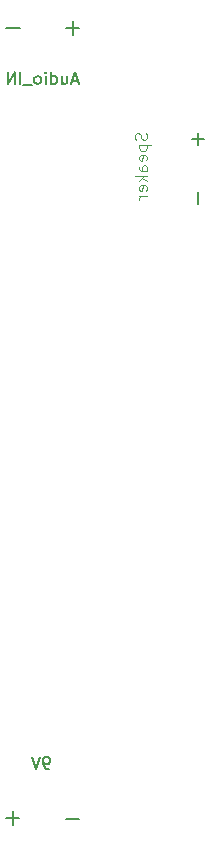
<source format=gbo>
G04 #@! TF.FileFunction,Legend,Bot*
%FSLAX45Y45*%
G04 Gerber Fmt 4.5, Leading zero omitted, Abs format (unit mm)*
G04 Created by KiCad (PCBNEW 4.0.7-e2-6376~58~ubuntu16.04.1) date Wed Oct 11 14:35:36 2017*
%MOMM*%
%LPD*%
G01*
G04 APERTURE LIST*
%ADD10C,0.020000*%
%ADD11C,0.150000*%
%ADD12C,0.100000*%
G04 APERTURE END LIST*
D10*
D11*
X20539812Y-7085710D02*
X20514812Y-7085710D01*
X20539812Y-7085710D02*
X20614812Y-7085710D01*
X20564812Y-7110710D02*
X20564812Y-7135710D01*
X20564812Y-7110710D02*
X20564812Y-7035710D01*
X20564812Y-7635710D02*
X20564812Y-7535710D01*
D12*
X20130288Y-7034519D02*
X20135050Y-7048805D01*
X20135050Y-7072615D01*
X20130288Y-7082139D01*
X20125526Y-7086900D01*
X20116003Y-7091662D01*
X20106479Y-7091662D01*
X20096955Y-7086900D01*
X20092193Y-7082139D01*
X20087431Y-7072615D01*
X20082669Y-7053567D01*
X20077907Y-7044043D01*
X20073145Y-7039281D01*
X20063622Y-7034519D01*
X20054098Y-7034519D01*
X20044574Y-7039281D01*
X20039812Y-7044043D01*
X20035050Y-7053567D01*
X20035050Y-7077377D01*
X20039812Y-7091662D01*
X20068383Y-7134519D02*
X20168383Y-7134519D01*
X20073145Y-7134519D02*
X20068383Y-7144043D01*
X20068383Y-7163091D01*
X20073145Y-7172615D01*
X20077907Y-7177377D01*
X20087431Y-7182139D01*
X20116003Y-7182139D01*
X20125526Y-7177377D01*
X20130288Y-7172615D01*
X20135050Y-7163091D01*
X20135050Y-7144043D01*
X20130288Y-7134519D01*
X20130288Y-7263091D02*
X20135050Y-7253567D01*
X20135050Y-7234519D01*
X20130288Y-7224996D01*
X20120764Y-7220234D01*
X20082669Y-7220234D01*
X20073145Y-7224996D01*
X20068383Y-7234519D01*
X20068383Y-7253567D01*
X20073145Y-7263091D01*
X20082669Y-7267853D01*
X20092193Y-7267853D01*
X20101717Y-7220234D01*
X20135050Y-7353567D02*
X20082669Y-7353567D01*
X20073145Y-7348805D01*
X20068383Y-7339281D01*
X20068383Y-7320234D01*
X20073145Y-7310710D01*
X20130288Y-7353567D02*
X20135050Y-7344043D01*
X20135050Y-7320234D01*
X20130288Y-7310710D01*
X20120764Y-7305948D01*
X20111241Y-7305948D01*
X20101717Y-7310710D01*
X20096955Y-7320234D01*
X20096955Y-7344043D01*
X20092193Y-7353567D01*
X20135050Y-7401186D02*
X20035050Y-7401186D01*
X20096955Y-7410710D02*
X20135050Y-7439281D01*
X20068383Y-7439281D02*
X20106479Y-7401186D01*
X20130288Y-7520234D02*
X20135050Y-7510710D01*
X20135050Y-7491662D01*
X20130288Y-7482139D01*
X20120764Y-7477377D01*
X20082669Y-7477377D01*
X20073145Y-7482139D01*
X20068383Y-7491662D01*
X20068383Y-7510710D01*
X20073145Y-7520234D01*
X20082669Y-7524996D01*
X20092193Y-7524996D01*
X20101717Y-7477377D01*
X20135050Y-7567853D02*
X20068383Y-7567853D01*
X20087431Y-7567853D02*
X20077907Y-7572615D01*
X20073145Y-7577377D01*
X20068383Y-7586900D01*
X20068383Y-7596424D01*
D11*
X19563479Y-12839746D02*
X19449193Y-12839746D01*
X19055479Y-12834666D02*
X18941193Y-12834666D01*
X18998336Y-12891809D02*
X18998336Y-12777523D01*
X19304081Y-12414530D02*
X19285033Y-12414530D01*
X19275509Y-12409768D01*
X19270747Y-12405006D01*
X19261224Y-12390721D01*
X19256462Y-12371673D01*
X19256462Y-12333578D01*
X19261224Y-12324054D01*
X19265986Y-12319292D01*
X19275509Y-12314530D01*
X19294557Y-12314530D01*
X19304081Y-12319292D01*
X19308843Y-12324054D01*
X19313605Y-12333578D01*
X19313605Y-12357387D01*
X19308843Y-12366911D01*
X19304081Y-12371673D01*
X19294557Y-12376435D01*
X19275509Y-12376435D01*
X19265986Y-12371673D01*
X19261224Y-12366911D01*
X19256462Y-12357387D01*
X19227890Y-12314530D02*
X19194557Y-12414530D01*
X19161224Y-12314530D01*
X19058019Y-6144306D02*
X18943733Y-6144306D01*
X19563479Y-6144306D02*
X19449193Y-6144306D01*
X19506336Y-6201449D02*
X19506336Y-6087163D01*
X19549955Y-6589679D02*
X19502336Y-6589679D01*
X19559479Y-6618250D02*
X19526146Y-6518250D01*
X19492812Y-6618250D01*
X19416622Y-6551583D02*
X19416622Y-6618250D01*
X19459479Y-6551583D02*
X19459479Y-6603964D01*
X19454717Y-6613488D01*
X19445193Y-6618250D01*
X19430907Y-6618250D01*
X19421384Y-6613488D01*
X19416622Y-6608726D01*
X19326145Y-6618250D02*
X19326145Y-6518250D01*
X19326145Y-6613488D02*
X19335669Y-6618250D01*
X19354717Y-6618250D01*
X19364241Y-6613488D01*
X19369003Y-6608726D01*
X19373765Y-6599202D01*
X19373765Y-6570631D01*
X19369003Y-6561107D01*
X19364241Y-6556345D01*
X19354717Y-6551583D01*
X19335669Y-6551583D01*
X19326145Y-6556345D01*
X19278526Y-6618250D02*
X19278526Y-6551583D01*
X19278526Y-6518250D02*
X19283288Y-6523012D01*
X19278526Y-6527774D01*
X19273765Y-6523012D01*
X19278526Y-6518250D01*
X19278526Y-6527774D01*
X19216622Y-6618250D02*
X19226146Y-6613488D01*
X19230907Y-6608726D01*
X19235669Y-6599202D01*
X19235669Y-6570631D01*
X19230907Y-6561107D01*
X19226146Y-6556345D01*
X19216622Y-6551583D01*
X19202336Y-6551583D01*
X19192812Y-6556345D01*
X19188050Y-6561107D01*
X19183288Y-6570631D01*
X19183288Y-6599202D01*
X19188050Y-6608726D01*
X19192812Y-6613488D01*
X19202336Y-6618250D01*
X19216622Y-6618250D01*
X19164241Y-6627774D02*
X19088050Y-6627774D01*
X19064241Y-6618250D02*
X19064241Y-6518250D01*
X19016622Y-6618250D02*
X19016622Y-6518250D01*
X18959479Y-6618250D01*
X18959479Y-6518250D01*
M02*

</source>
